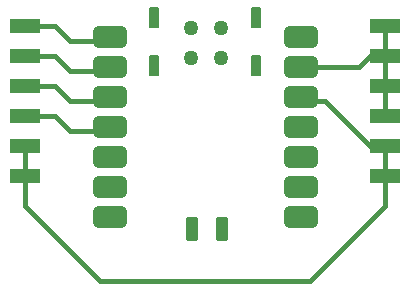
<source format=gbr>
G04 EAGLE Gerber RS-274X export*
G75*
%MOMM*%
%FSLAX34Y34*%
%LPD*%
%INTop Copper*%
%IPPOS*%
%AMOC8*
5,1,8,0,0,1.08239X$1,22.5*%
G01*
G04 Define Apertures*
%ADD10C,0.952500*%
%ADD11C,0.254000*%
%ADD12C,1.270000*%
%ADD13C,0.177800*%
%ADD14R,2.540000X1.270000*%
%ADD15C,0.406400*%
D10*
X665893Y544737D02*
X646207Y544737D01*
X646207Y554263D01*
X665893Y554263D01*
X665893Y544737D01*
X665893Y553786D02*
X646207Y553786D01*
X646207Y570137D02*
X665893Y570137D01*
X646207Y570137D02*
X646207Y579663D01*
X665893Y579663D01*
X665893Y570137D01*
X665893Y579186D02*
X646207Y579186D01*
X646207Y595537D02*
X665893Y595537D01*
X646207Y595537D02*
X646207Y605063D01*
X665893Y605063D01*
X665893Y595537D01*
X665893Y604586D02*
X646207Y604586D01*
X646207Y620937D02*
X665893Y620937D01*
X646207Y620937D02*
X646207Y630463D01*
X665893Y630463D01*
X665893Y620937D01*
X665893Y629986D02*
X646207Y629986D01*
X646207Y646337D02*
X665893Y646337D01*
X646207Y646337D02*
X646207Y655863D01*
X665893Y655863D01*
X665893Y646337D01*
X665893Y655386D02*
X646207Y655386D01*
X646207Y671737D02*
X665893Y671737D01*
X646207Y671737D02*
X646207Y681263D01*
X665893Y681263D01*
X665893Y671737D01*
X665893Y680786D02*
X646207Y680786D01*
X646207Y697137D02*
X665893Y697137D01*
X646207Y697137D02*
X646207Y706663D01*
X665893Y706663D01*
X665893Y697137D01*
X665893Y706186D02*
X646207Y706186D01*
X807857Y544737D02*
X827543Y544737D01*
X807857Y544737D02*
X807857Y554263D01*
X827543Y554263D01*
X827543Y544737D01*
X827543Y553786D02*
X807857Y553786D01*
X807857Y570137D02*
X827543Y570137D01*
X807857Y570137D02*
X807857Y579663D01*
X827543Y579663D01*
X827543Y570137D01*
X827543Y579186D02*
X807857Y579186D01*
X807857Y595537D02*
X827543Y595537D01*
X807857Y595537D02*
X807857Y605063D01*
X827543Y605063D01*
X827543Y595537D01*
X827543Y604586D02*
X807857Y604586D01*
X807857Y620937D02*
X827543Y620937D01*
X807857Y620937D02*
X807857Y630463D01*
X827543Y630463D01*
X827543Y620937D01*
X827543Y629986D02*
X807857Y629986D01*
X807857Y646337D02*
X827543Y646337D01*
X807857Y646337D02*
X807857Y655863D01*
X827543Y655863D01*
X827543Y646337D01*
X827543Y655386D02*
X807857Y655386D01*
X807857Y671737D02*
X827543Y671737D01*
X807857Y671737D02*
X807857Y681263D01*
X827543Y681263D01*
X827543Y671737D01*
X827543Y680786D02*
X807857Y680786D01*
X807857Y697137D02*
X827543Y697137D01*
X807857Y697137D02*
X807857Y706663D01*
X827543Y706663D01*
X827543Y697137D01*
X827543Y706186D02*
X807857Y706186D01*
D11*
X728980Y530352D02*
X721360Y530352D01*
X721360Y548132D01*
X728980Y548132D01*
X728980Y530352D01*
X728980Y532765D02*
X721360Y532765D01*
X721360Y535178D02*
X728980Y535178D01*
X728980Y537591D02*
X721360Y537591D01*
X721360Y540004D02*
X728980Y540004D01*
X728980Y542417D02*
X721360Y542417D01*
X721360Y544830D02*
X728980Y544830D01*
X728980Y547243D02*
X721360Y547243D01*
X746760Y530352D02*
X754380Y530352D01*
X746760Y530352D02*
X746760Y548132D01*
X754380Y548132D01*
X754380Y530352D01*
X754380Y532765D02*
X746760Y532765D01*
X746760Y535178D02*
X754380Y535178D01*
X754380Y537591D02*
X746760Y537591D01*
X746760Y540004D02*
X754380Y540004D01*
X754380Y542417D02*
X746760Y542417D01*
X746760Y544830D02*
X754380Y544830D01*
X754380Y547243D02*
X746760Y547243D01*
D12*
X725170Y709422D03*
X750570Y709422D03*
D13*
X696976Y710057D02*
X689864Y710057D01*
X689864Y726059D01*
X696976Y726059D01*
X696976Y710057D01*
X696976Y711746D02*
X689864Y711746D01*
X689864Y713435D02*
X696976Y713435D01*
X696976Y715124D02*
X689864Y715124D01*
X689864Y716813D02*
X696976Y716813D01*
X696976Y718502D02*
X689864Y718502D01*
X689864Y720191D02*
X696976Y720191D01*
X696976Y721880D02*
X689864Y721880D01*
X689864Y723569D02*
X696976Y723569D01*
X696976Y725258D02*
X689864Y725258D01*
X689864Y669671D02*
X696976Y669671D01*
X689864Y669671D02*
X689864Y685673D01*
X696976Y685673D01*
X696976Y669671D01*
X696976Y671360D02*
X689864Y671360D01*
X689864Y673049D02*
X696976Y673049D01*
X696976Y674738D02*
X689864Y674738D01*
X689864Y676427D02*
X696976Y676427D01*
X696976Y678116D02*
X689864Y678116D01*
X689864Y679805D02*
X696976Y679805D01*
X696976Y681494D02*
X689864Y681494D01*
X689864Y683183D02*
X696976Y683183D01*
X696976Y684872D02*
X689864Y684872D01*
X776224Y669671D02*
X783336Y669671D01*
X776224Y669671D02*
X776224Y685673D01*
X783336Y685673D01*
X783336Y669671D01*
X783336Y671360D02*
X776224Y671360D01*
X776224Y673049D02*
X783336Y673049D01*
X783336Y674738D02*
X776224Y674738D01*
X776224Y676427D02*
X783336Y676427D01*
X783336Y678116D02*
X776224Y678116D01*
X776224Y679805D02*
X783336Y679805D01*
X783336Y681494D02*
X776224Y681494D01*
X776224Y683183D02*
X783336Y683183D01*
X783336Y684872D02*
X776224Y684872D01*
X776224Y710057D02*
X783336Y710057D01*
X776224Y710057D02*
X776224Y726059D01*
X783336Y726059D01*
X783336Y710057D01*
X783336Y711746D02*
X776224Y711746D01*
X776224Y713435D02*
X783336Y713435D01*
X783336Y715124D02*
X776224Y715124D01*
X776224Y716813D02*
X783336Y716813D01*
X783336Y718502D02*
X776224Y718502D01*
X776224Y720191D02*
X783336Y720191D01*
X783336Y721880D02*
X776224Y721880D01*
X776224Y723569D02*
X783336Y723569D01*
X783336Y725258D02*
X776224Y725258D01*
D12*
X725170Y684022D03*
X750570Y684022D03*
D14*
X889000Y711200D03*
X889000Y685800D03*
X889000Y660400D03*
X889000Y635000D03*
X889000Y609600D03*
X889000Y584200D03*
X584200Y584200D03*
X584200Y609600D03*
X584200Y635000D03*
X584200Y660400D03*
X584200Y685800D03*
X584200Y711200D03*
D15*
X817700Y651100D02*
X821100Y647700D01*
X838200Y647700D01*
X876300Y609600D01*
X889000Y609600D01*
X889000Y584200D01*
X889000Y558800D01*
X825500Y495300D01*
X647700Y495300D01*
X584200Y558800D01*
X584200Y584200D01*
X584200Y609600D01*
X584200Y635000D02*
X609600Y635000D01*
X622300Y622300D01*
X652650Y622300D01*
X656050Y625700D01*
X609600Y660400D02*
X584200Y660400D01*
X609600Y660400D02*
X622300Y647700D01*
X652650Y647700D01*
X656050Y651100D01*
X609600Y685800D02*
X584200Y685800D01*
X609600Y685800D02*
X622300Y673100D01*
X652650Y673100D01*
X656050Y676500D01*
X609600Y711200D02*
X584200Y711200D01*
X609600Y711200D02*
X622300Y698500D01*
X652650Y698500D01*
X656050Y701900D01*
X817700Y676500D02*
X821100Y673100D01*
X817700Y676500D02*
X867000Y676500D01*
X876300Y685800D01*
X889000Y685800D01*
X889000Y711200D01*
X889000Y685800D02*
X889000Y660400D01*
X889000Y635000D01*
M02*

</source>
